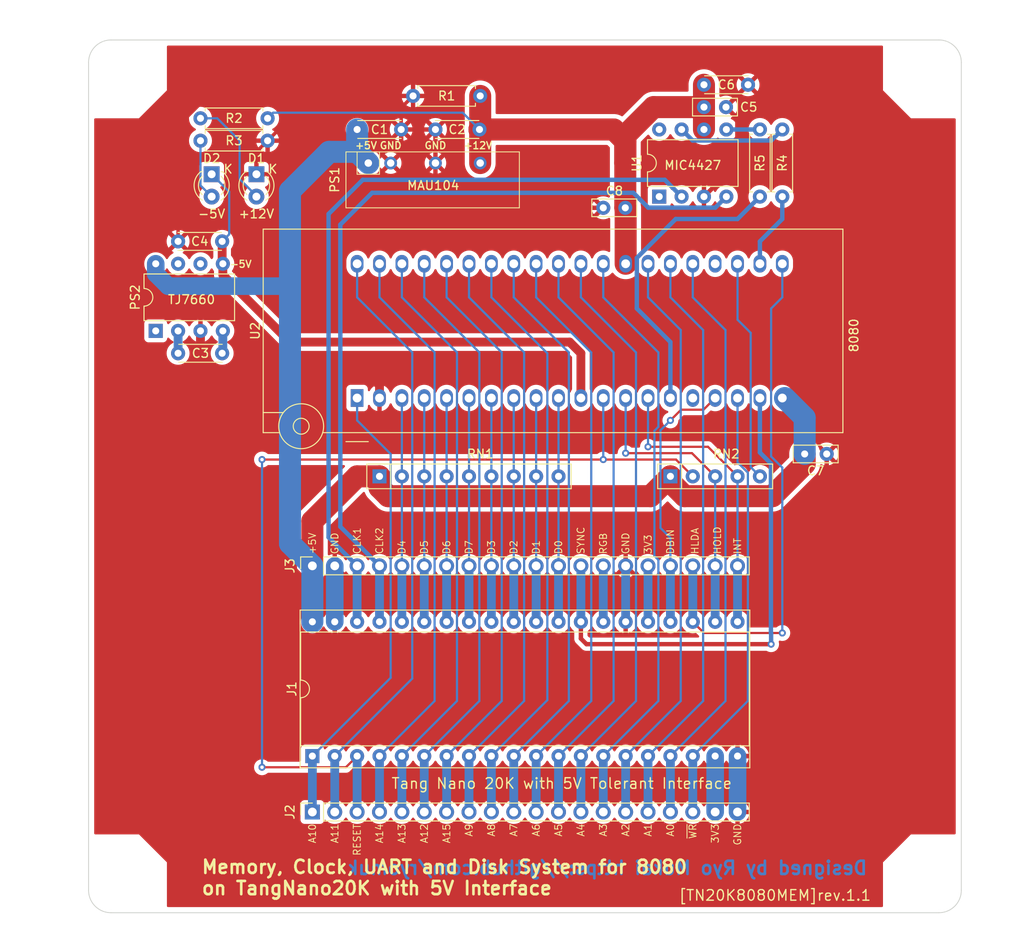
<source format=kicad_pcb>
(kicad_pcb (version 20240108) (generator "pcbnew") (generator_version "8.0")
  (layers (0 "F.Cu" signal) (31 "B.Cu" signal) (34 "B.Paste" user) (35 "F.Paste" user) (36 "B.SilkS" user "B.Silkscreen") (37 "F.SilkS" user "F.Silkscreen") (38 "B.Mask" user) (39 "F.Mask" user) (44 "Edge.Cuts" user))
  (net 0 "")
  (net 1 "GND")
  (net 2 "+5V")
  (net 3 "+12V")
  (net 4 "Net-(PS2-CAP+)")
  (net 5 "Net-(PS2-CAP-)")
  (net 6 "-5V")
  (net 7 "Net-(D1-A)")
  (net 8 "A11")
  (net 9 "D4")
  (net 10 "A1")
  (net 11 "D2")
  (net 12 "INT")
  (net 13 "3V3a")
  (net 14 "A0")
  (net 15 "D7")
  (net 16 "A12")
  (net 17 "A2")
  (net 18 "3V3b")
  (net 19 "A15")
  (net 20 "LED_RGB")
  (net 21 "RESET")
  (net 22 "SYNC")
  (net 23 "A5")
  (net 24 "WR_n")
  (net 25 "A3")
  (net 26 "D5")
  (net 27 "HLDA")
  (net 28 "HOLD")
  (net 29 "D3")
  (net 30 "A8")
  (net 31 "A7")
  (net 32 "A13")
  (net 33 "A14")
  (net 34 "A10")
  (net 35 "D1")
  (net 36 "CLK1")
  (net 37 "DBIN")
  (net 38 "CLK2")
  (net 39 "A4")
  (net 40 "D0")
  (net 41 "A9")
  (net 42 "A6")
  (net 43 "D6")
  (net 47 "Net-(U2-ϕ1)")
  (net 48 "Net-(U1-OUTA)")
  (net 49 "Net-(U2-ϕ2)")
  (net 50 "Net-(U1-OUTB)")
  (net 51 "READY")
  (net 56 "Net-(D2-A)")
  (footprint "000_MyFootprint:C_Disc_D5.0mm_W2.5mm_P2.50mm" (layer "F.Cu") (at 69.85 7.62)
    (property "Reference" "C5")
    (property "Value" "0.1uF")
  )
  (footprint "000_MyFootprint:MountingHole_3mm" (layer "F.Cu") (at 93.98 93.98)
    (property "Reference" "REF**")
    (property "Value" "MountingHole_3mm")
  )
  (footprint "000_MyFootprint:C_Disc_D5.0mm_W2.5mm_P2.50mm" (layer "F.Cu") (at 60.92 19.05 180)
    (property "Reference" "C8")
    (property "Value" "0.1uF")
  )
  (footprint "000_MyFootprint:C_Disc_D4.7mm_W2.5mm_P5.00mm" (layer "F.Cu") (at 69.85 5.08)
    (property "Reference" "C6")
    (property "Value" "1uF")
  )
  (footprint "000_MyFootprint:R_Axial_DIN0207_L6.3mm_D2.5mm_P7.62mm_Horizontal" (layer "F.Cu") (at 12.7 11.43)
    (property "Reference" "R3")
    (property "Value" "100k")
  )
  (footprint "000_MyFootprint:R_Axial_DIN0207_L6.3mm_D2.5mm_P7.62mm_Horizontal" (layer "F.Cu") (at 78.74 10.16 -90)
    (property "Reference" "R4")
    (property "Value" "47")
  )
  (footprint "000_MyFootprint:R_Axial_DIN0207_L6.3mm_D2.5mm_P7.62mm_Horizontal" (layer "F.Cu") (at 12.7 8.89)
    (property "Reference" "R2")
    (property "Value" "100k")
  )
  (footprint "000_MyFootprint:DIP-8_W7.62mm" (layer "F.Cu") (at 7.62 33.02 90)
    (property "Reference" "PS2")
    (property "Value" "TJ7660")
  )
  (footprint "000_MyFootprint:C_Disc_D4.7mm_W2.5mm_P5.00mm" (layer "F.Cu") (at 44.37 10.16 180)
    (property "Reference" "C2")
    (property "Value" "1uF")
  )
  (footprint "000_MyFootprint:LED_D3.0mm" (layer "F.Cu") (at 13.97 15.24 -90)
    (property "Reference" "D2")
    (property "Value" "LED")
  )
  (footprint "000_MyFootprint:PinSocket_1x20_P2.54mm_Vertical" (layer "F.Cu") (at 25.4 87.63 90)
    (property "Reference" "J2")
    (property "Value" "Conn_01x20")
  )
  (footprint "000_MyFootprint:DIP-8_W7.62mm" (layer "F.Cu") (at 64.77 17.78 90)
    (property "Reference" "U1")
    (property "Value" "MIC4427")
  )
  (footprint "000_MyFootprint:DIP_Socket-40_W11.9_W12.7_W15.24_W17.78_W18.5_3M_240-1280-00-0602J" (layer "F.Cu") (at 30.48 40.64 90)
    (property "Reference" "U2")
    (property "Value" "8080")
  )
  (footprint "000_MyFootprint:DIP-40_W15.24mm_Socket" (layer "F.Cu") (at 25.4 81.28 90)
    (property "Reference" "J1")
    (property "Value" "TangNano20K5VInterface")
  )
  (footprint "000_MyFootprint:MountingHole_3mm" (layer "F.Cu") (at 5.08 5.08)
    (property "Reference" "REF**")
    (property "Value" "MountingHole_3mm")
  )
  (footprint "000_MyFootprint:LED_D3.0mm" (layer "F.Cu") (at 19.05 15.24 -90)
    (property "Reference" "D1")
    (property "Value" "LED")
  )
  (footprint "Resistor_THT:R_Array_SIP5" (layer "F.Cu") (at 66.04 49.53)
    (property "Reference" "RN2")
    (property "Value" "10k")
  )
  (footprint "Resistor_THT:R_Array_SIP9" (layer "F.Cu") (at 33.02 49.53)
    (property "Reference" "RN1")
    (property "Value" "4.7k")
  )
  (footprint "000_MyFootprint:R_Axial_DIN0207_L6.3mm_D2.5mm_P7.62mm_Horizontal" (layer "F.Cu") (at 76.2 10.16 -90)
    (property "Reference" "R5")
    (property "Value" "47")
  )
  (footprint "000_MyFootprint:C_Disc_D4.7mm_W2.5mm_P5.00mm" (layer "F.Cu") (at 10.16 35.56)
    (property "Reference" "C3")
    (property "Value" "10uF")
  )
  (footprint "000_MyFootprint:C_Disc_D4.7mm_W2.5mm_P5.00mm" (layer "F.Cu") (at 30.48 10.16)
    (property "Reference" "C1")
    (property "Value" "2.2uF")
  )
  (footprint "000_MyFootprint:MountingHole_3mm" (layer "F.Cu") (at 5.08 93.98)
    (property "Reference" "REF**")
    (property "Value" "MountingHole_3mm")
  )
  (footprint "000_MyFootprint:SIP-6_without_3_5pin_for_DCDC_MAU" (layer "F.Cu") (at 31.75 13.97)
    (property "Reference" "PS1")
    (property "Value" "MAU104")
  )
  (footprint "000_MyFootprint:C_Disc_D5.0mm_W2.5mm_P2.50mm" (layer "F.Cu") (at 81.28 46.99)
    (property "Reference" "C7")
    (property "Value" "0.1uF")
  )
  (footprint "000_MyFootprint:PinSocket_1x20_P2.54mm_Vertical" (layer "F.Cu") (at 25.4 59.69 90)
    (property "Reference" "J3")
    (property "Value" "Conn_01x20")
  )
  (footprint "000_MyFootprint:C_Disc_D4.7mm_W2.5mm_P5.00mm" (layer "F.Cu") (at 15.16 22.86 180)
    (property "Reference" "C4")
    (property "Value" "10uF")
  )
  (footprint "000_MyFootprint:R_Axial_DIN0207_L6.3mm_D2.5mm_P7.62mm_Horizontal" (layer "F.Cu") (at 44.45 6.35 180)
    (property "Reference" "R1")
    (property "Value" "10k")
  )
  (footprint "000_MyFootprint:MountingHole_3mm" (layer "F.Cu") (at 93.98 5.08)
    (property "Reference" "REF**")
    (property "Value" "MountingHole_3mm")
  )
  (gr_line (start 2.54 0) (end 96.52 0) (stroke (width 0.1)) (layer "Edge.Cuts"))
  (gr_arc (start 2.54 99.06) (mid 0.743949 98.316051) (end 0 96.52) (stroke (width 0.1)) (layer "Edge.Cuts"))
  (gr_arc (start 96.52 0) (mid 98.316051 0.743949) (end 99.06 2.54) (stroke (width 0.1)) (layer "Edge.Cuts"))
  (gr_arc (start 0 2.54) (mid 0.743949 0.743949) (end 2.54 0) (stroke (width 0.1)) (layer "Edge.Cuts"))
  (gr_line (start 99.06 96.52) (end 99.06 2.54) (stroke (width 0.1)) (layer "Edge.Cuts"))
  (gr_line (start 0 96.52) (end 0 2.54) (stroke (width 0.1)) (layer "Edge.Cuts"))
  (gr_arc (start 99.06 96.52) (mid 98.316051 98.316051) (end 96.52 99.06) (stroke (width 0.1)) (layer "Edge.Cuts"))
  (gr_line (start 96.52 99.06) (end 2.54 99.06) (stroke (width 0.1)) (layer "Edge.Cuts"))
  (gr_text "Designed by Ryo Mukai https://github.com/ryomuk" (at 29.21 93.98 0) (layer "B.Cu") (effects (font (size 1.5 1.5) (thickness 0.3) (bold yes)) (justify right mirror)))
  (gr_text "+5V" (at 31.496 12.446 0) (layer "F.SilkS") (effects (font (size 0.8 0.8)) (justify bottom)))
  (gr_text "A12" (at 38.1 88.9 90) (layer "F.SilkS") (effects (font (size 0.8 0.8) (thickness 0.1)) (justify right)))
  (gr_text "A13" (at 35.56 88.9 90) (layer "F.SilkS") (effects (font (size 0.8 0.8) (thickness 0.1)) (justify right)))
  (gr_text "3V3" (at 71.12 88.9 90) (layer "F.SilkS") (effects (font (size 0.8 0.8) (thickness 0.1)) (justify right)))
  (gr_text "HLDA" (at 68.834 58.42 90) (layer "F.SilkS") (effects (font (size 0.8 0.8) (thickness 0.1)) (justify left)))
  (gr_text "K" (at 15.24 15.24 0) (layer "F.SilkS") (effects (font (size 1 1)) (justify left bottom)))
  (gr_text "A7" (at 48.26 88.9 90) (layer "F.SilkS") (effects (font (size 0.8 0.8) (thickness 0.1)) (justify right)))
  (gr_text "RESET" (at 30.48 88.9 90) (layer "F.SilkS") (effects (font (size 0.8 0.8) (thickness 0.1)) (justify right)))
  (gr_text "A0" (at 66.04 88.9 90) (layer "F.SilkS") (effects (font (size 0.8 0.8) (thickness 0.1)) (justify right)))
  (gr_text "INT" (at 73.66 58.42 90) (layer "F.SilkS") (effects (font (size 0.8 0.8) (thickness 0.1)) (justify left)))
  (gr_text "A15" (at 40.64 88.9 90) (layer "F.SilkS") (effects (font (size 0.8 0.8) (thickness 0.1)) (justify right)))
  (gr_text "+12V" (at 44.196 12.446 0) (layer "F.SilkS") (effects (font (size 0.8 0.8)) (justify bottom)))
  (gr_text "D3" (at 45.72 58.42 90) (layer "F.SilkS") (effects (font (size 0.8 0.8) (thickness 0.1)) (justify left)))
  (gr_text "+5V" (at 25.4 58.42 90) (layer "F.SilkS") (effects (font (size 0.8 0.8) (thickness 0.1)) (justify left)))
  (gr_text "A4" (at 55.88 88.9 90) (layer "F.SilkS") (effects (font (size 0.8 0.8) (thickness 0.1)) (justify right)))
  (gr_text "CLK1" (at 30.48 58.42 90) (layer "F.SilkS") (effects (font (size 0.8 0.8) (thickness 0.1)) (justify left)))
  (gr_text "D4" (at 35.56 58.42 90) (layer "F.SilkS") (effects (font (size 0.8 0.8) (thickness 0.1)) (justify left)))
  (gr_text "A8" (at 45.72 88.9 90) (layer "F.SilkS") (effects (font (size 0.8 0.8) (thickness 0.1)) (justify right)))
  (gr_text "D6" (at 40.64 58.42 90) (layer "F.SilkS") (effects (font (size 0.8 0.8) (thickness 0.1)) (justify left)))
  (gr_text "GND" (at 39.37 12.446 0) (layer "F.SilkS") (effects (font (size 0.8 0.8)) (justify bottom)))
  (gr_text "D5" (at 38.1 58.42 90) (layer "F.SilkS") (effects (font (size 0.8 0.8) (thickness 0.1)) (justify left)))
  (gr_text "A6" (at 50.8 88.9 90) (layer "F.SilkS") (effects (font (size 0.8 0.8) (thickness 0.1)) (justify right)))
  (gr_text "A10" (at 25.4 88.9 90) (layer "F.SilkS") (effects (font (size 0.8 0.8) (thickness 0.1)) (justify right)))
  (gr_text "A3" (at 58.42 88.9 90) (layer "F.SilkS") (effects (font (size 0.8 0.8) (thickness 0.1)) (justify right)))
  (gr_text "A2" (at 60.96 88.9 90) (layer "F.SilkS") (effects (font (size 0.8 0.8) (thickness 0.1)) (justify right)))
  (gr_text "Memory, Clock, UART and Disk System for 8080\non TangNano20K with 5V Interface" (at 12.7 97.155 0) (layer "F.SilkS") (effects (font (size 1.5 1.5) (thickness 0.3) (bold yes)) (justify left bottom)))
  (gr_text "~{WR}" (at 68.58 88.9 90) (layer "F.SilkS") (effects (font (size 0.8 0.8) (thickness 0.1)) (justify right)))
  (gr_text "DBIN" (at 66.04 58.42 90) (layer "F.SilkS") (effects (font (size 0.8 0.8) (thickness 0.1)) (justify left)))
  (gr_text "RGB" (at 58.42 58.42 90) (layer "F.SilkS") (effects (font (size 0.8 0.8) (thickness 0.1)) (justify left)))
  (gr_text "GND" (at 34.29 12.446 0) (layer "F.SilkS") (effects (font (size 0.8 0.8)) (justify bottom)))
  (gr_text "D7" (at 43.18 58.42 90) (layer "F.SilkS") (effects (font (size 0.8 0.8) (thickness 0.1)) (justify left)))
  (gr_text "A1" (at 63.5 88.9 90) (layer "F.SilkS") (effects (font (size 0.8 0.8) (thickness 0.1)) (justify right)))
  (gr_text "Tang Nano 20K with 5V Tolerant Interface" (at 34.29 85.09 0) (layer "F.SilkS") (effects (font (size 1.2 1.2)) (justify left bottom)))
  (gr_text "A9" (at 43.18 88.9 90) (layer "F.SilkS") (effects (font (size 0.8 0.8) (thickness 0.1)) (justify right)))
  (gr_text "K" (at 20.32 15.24 0) (layer "F.SilkS") (effects (font (size 1 1)) (justify left bottom)))
  (gr_text "D2" (at 48.26 58.42 90) (layer "F.SilkS") (effects (font (size 0.8 0.8) (thickness 0.1)) (justify left)))
  (gr_text "GND" (at 60.96 58.42 90) (layer "F.SilkS") (effects (font (size 0.8 0.8) (thickness 0.1)) (justify left)))
  (gr_text "-5V" (at 13.97 20.32 0) (layer "F.SilkS") (effects (font (size 1 1)) (justify bottom)))
  (gr_text "HOLD" (at 71.374 58.42 90) (layer "F.SilkS") (effects (font (size 0.8 0.8) (thickness 0.1)) (justify left)))
  (gr_text "[TN20K8080MEM]rev.1.1" (at 88.9 97.79 0) (layer "F.SilkS") (effects (font (size 1.2 1.2)) (justify right bottom)))
  (gr_text "3V3" (at 63.5 58.42 90) (layer "F.SilkS") (effects (font (size 0.8 0.8) (thickness 0.1)) (justify left)))
  (gr_text "CLK2" (at 33.02 58.42 90) (layer "F.SilkS") (effects (font (size 0.8 0.8) (thickness 0.1)) (justify left)))
  (gr_text "A11" (at 27.94 88.9 90) (layer "F.SilkS") (effects (font (size 0.8 0.8) (thickness 0.1)) (justify right)))
  (gr_text "-5V" (at 17.272 25.908 0) (layer "F.SilkS") (effects (font (size 0.8 0.8)) (justify bottom)))
  (gr_text "+12V" (at 19.05 20.32 0) (layer "F.SilkS") (effects (font (size 1 1)) (justify bottom)))
  (gr_text "A5" (at 53.34 88.9 90) (layer "F.SilkS") (effects (font (size 0.8 0.8) (thickness 0.1)) (justify right)))
  (gr_text "GND" (at 73.66 88.9 90) (layer "F.SilkS") (effects (font (size 0.8 0.8) (thickness 0.1)) (justify right)))
  (gr_text "SYNC" (at 55.88 58.42 90) (layer "F.SilkS") (effects (font (size 0.8 0.8) (thickness 0.1)) (justify left)))
  (gr_text "D1" (at 50.8 58.42 90) (layer "F.SilkS") (effects (font (size 0.8 0.8) (thickness 0.1)) (justify left)))
  (gr_text "A14" (at 33.02 88.9 90) (layer "F.SilkS") (effects (font (size 0.8 0.8) (thickness 0.1)) (justify right)))
  (gr_text "D0" (at 53.34 58.42 90) (layer "F.SilkS") (effects (font (size 0.8 0.8) (thickness 0.1)) (justify left)))
  (gr_text "GND" (at 27.94 58.42 90) (layer "F.SilkS") (effects (font (size 0.8 0.8) (thickness 0.1)) (justify left)))
  (segment (start 26.452284 63.5) (end 27.94 63.5) (width 1) (layer "F.Cu") (net 1))
  (segment (start 33.02 40.64) (end 33.02 39.2) (width 1) (layer "F.Cu") (net 1))
  (segment (start 12.7 33.02) (end 12.7 49.747716) (width 1) (layer "F.Cu") (net 1))
  (segment (start 83.78 46.99) (end 83.78 58.46) (width 0.5) (layer "F.Cu") (net 1))
  (segment (start 72.35 7.58) (end 74.85 5.08) (width 0.5) (layer "F.Cu") (net 1))
  (segment (start 35.48 10.16) (end 39.37 10.16) (width 0.5) (layer "F.Cu") (net 1))
  (segment (start 35.48 10.16) (end 32.305 6.985) (width 0.4) (layer "F.Cu") (net 1))
  (segment (start 81.25 60.99) (end 81.28 60.96) (width 0.5) (layer "F.Cu") (net 1))
  (segment (start 29.24 60.99) (end 59.66 60.99) (width 0.5) (layer "F.Cu") (net 1))
  (segment (start 40.64 17.78) (end 39.37 16.51) (width 0.5) (layer "F.Cu") (net 1))
  (segment (start 10.16 22.86) (end 10.16 9.732943) (width 0.4) (layer "F.Cu") (net 1))
  (segment (start 60.96 59.69) (end 62.26 60.99) (width 0.5) (layer "F.Cu") (net 1))
  (segment (start 12.7 49.747716) (end 26.452284 63.5) (width 1) (layer "F.Cu") (net 1))
  (segment (start 27.94 59.69) (end 27.94 63.5) (width 1) (layer "F.Cu") (net 1))
  (segment (start 59.66 60.99) (end 60.96 59.69) (width 0.5) (layer "F.Cu") (net 1))
  (segment (start 33.02 40.64) (end 33.02 39.7) (width 0.5) (layer "F.Cu") (net 1))
  (segment (start 72.35 7.62) (end 73.64 8.91) (width 0.5) (layer "F.Cu") (net 1))
  (segment (start 55.88 17.78) (end 52.07 17.78) (width 0.5) (layer "F.Cu") (net 1))
  (segment (start 19.05 12.7) (end 19.05 15.24) (width 0.4) (layer "F.Cu") (net 1))
  (segment (start 35.48 10.16) (end 35.48 12.78) (width 0.5) (layer "F.Cu") (net 1))
  (segment (start 62.26 60.99) (end 81.25 60.99) (width 0.5) (layer "F.Cu") (net 1))
  (segment (start 33.02 39.2) (end 31.285 37.465) (width 1) (layer "F.Cu") (net 1))
  (segment (start 73.64 13.99) (end 69.85 17.78) (width 0.5) (layer "F.Cu") (net 1))
  (segment (start 12.907943 6.985) (end 24.765 6.985) (width 0.4) (layer "F.Cu") (net 1))
  (segment (start 31.285 37.465) (end 12.7 37.465) (width 1) (layer "F.Cu") (net 1))
  (segment (start 52.07 17.78) (end 40.64 17.78) (width 0.5) (layer "F.Cu") (net 1))
  (segment (start 10.16 9.732943) (end 12.907943 6.985) (width 0.4) (layer "F.Cu") (net 1))
  (segment (start 39.37 16.51) (end 39.37 13.97) (width 0.5) (layer "F.Cu") (net 1))
  (segment (start 35.48 10.16) (end 35.48 7.7) (width 0.4) (layer "F.Cu") (net 1))
  (segment (start 57.15 19.05) (end 55.88 17.78) (width 0.5) (layer "F.Cu") (net 1))
  (segment (start 81.28 78.74) (end 78.74 81.28) (width 0.5) (layer "F.Cu") (net 1))
  (segment (start 39.37 10.16) (end 39.37 13.97) (width 0.5) (layer "F.Cu") (net 1))
  (segment (start 27.94 59.69) (end 29.24 60.99) (width 0.5) (layer "F.Cu") (net 1))
  (segment (start 35.48 7.7) (end 36.83 6.35) (width 0.4) (layer "F.Cu") (net 1))
  (segment (start 24.765 6.985) (end 20.32 11.43) (width 0.4) (layer "F.Cu") (net 1))
  (segment (start 35.48 12.78) (end 34.29 13.97) (width 0.5) (layer "F.Cu") (net 1))
  (segment (start 81.28 60.96) (end 81.28 78.74) (width 0.5) (layer "F.Cu") (net 1))
  (segment (start 58.42 19.05) (end 57.15 19.05) (width 0.5) (layer "F.Cu") (net 1))
  (segment (start 73.64 8.91) (end 73.64 13.99) (width 0.5) (layer "F.Cu") (net 1))
  (segment (start 83.78 58.46) (end 81.28 60.96) (width 0.5) (layer "F.Cu") (net 1))
  (segment (start 27.94 63.5) (end 27.94 66.04) (width 1) (layer "F.Cu") (net 1))
  (segment (start 78.74 81.28) (end 73.66 81.28) (width 0.5) (layer "F.Cu") (net 1))
  (segment (start 20.32 11.43) (end 19.05 12.7) (width 0.4) (layer "F.Cu") (net 1))
  (segment (start 24.56 61.39) (end 12.7 49.53) (width 0.5) (layer "F.Cu") (net 1))
  (segment (start 32.305 6.985) (end 24.765 6.985) (width 0.4) (layer "F.Cu") (net 1))
  (segment (start 60.96 66.04) (end 60.96 59.69) (width 1) (layer "B.Cu") (net 1))
  (segment (start 27.94 66.04) (end 27.94 59.69) (width 2) (layer "B.Cu") (net 1))
  (segment (start 73.66 87.63) (end 73.66 81.28) (width 2) (layer "B.Cu") (net 1))
  (segment (start 25.4 54.61) (end 30.48 49.53) (width 2.5) (layer "F.Cu") (net 2))
  (segment (start 66.04 49.53) (end 63.79 51.78) (width 2.5) (layer "F.Cu") (net 2))
  (segment (start 63.79 51.78) (end 34 51.78) (width 2.5) (layer "F.Cu") (net 2))
  (segment (start 77.62137 51.78) (end 67.648019 51.78) (width 2.5) (layer "F.Cu") (net 2))
  (segment (start 34 51.78) (end 33.02 50.8) (width 2.5) (layer "F.Cu") (net 2))
  (segment (start 66.04 50.171981) (end 66.04 49.53) (width 2.5) (layer "F.Cu") (net 2))
  (segment (start 30.48 49.53) (end 33.02 49.53) (width 2.5) (layer "F.Cu") (net 2))
  (segment (start 33.02 50.8) (end 33.02 49.53) (width 2.5) (layer "F.Cu") (net 2))
  (segment (start 81.28 46.99) (end 81.28 48.12137) (width 2.5) (layer "F.Cu") (net 2))
  (segment (start 67.648019 51.78) (end 66.04 50.171981) (width 2.5) (layer "F.Cu") (net 2))
  (segment (start 81.28 48.12137) (end 77.62137 51.78) (width 2.5) (layer "F.Cu") (net 2))
  (segment (start 25.4 59.69) (end 25.4 54.61) (width 2.5) (layer "F.Cu") (net 2))
  (segment (start 31.75 13.97) (end 30.48 12.7) (width 2.5) (layer "B.Cu") (net 2))
  (segment (start 30.48 12.7) (end 30.48 10.16) (width 2.5) (layer "B.Cu") (net 2))
  (segment (start 22.86 27.94) (end 22.86 57.15) (width 2.5) (layer "B.Cu") (net 2))
  (segment (start 81.28 42.875) (end 79.045 40.64) (width 2.5) (layer "B.Cu") (net 2))
  (segment (start 7.62 25.4) (end 7.62 26.53137) (width 2) (layer "B.Cu") (net 2))
  (segment (start 30.48 12.7) (end 27.298019 12.7) (width 2.5) (layer "B.Cu") (net 2))
  (segment (start 9.02863 27.94) (end 22.86 27.94) (width 2) (layer "B.Cu") (net 2))
  (segment (start 7.62 26.53137) (end 9.02863 27.94) (width 2) (layer "B.Cu") (net 2))
  (segment (start 81.28 46.99) (end 81.28 42.875) (width 2.5) (layer "B.Cu") (net 2))
  (segment (start 25.4 66.04) (end 25.4 59.69) (width 2.5) (layer "B.Cu") (net 2))
  (segment (start 22.86 57.15) (end 25.4 59.69) (width 2.5) (layer "B.Cu") (net 2))
  (segment (start 27.298019 12.7) (end 22.86 17.138019) (width 2.5) (layer "B.Cu") (net 2))
  (segment (start 22.86 17.138019) (end 22.86 27.94) (width 2.5) (layer "B.Cu") (net 2))
  (segment (start 44.45 13.97) (end 44.45 10.24) (width 2.5) (layer "F.Cu") (net 3))
  (segment (start 69.85 7.62) (end 64.128019 7.62) (width 2.5) (layer "F.Cu") (net 3))
  (segment (start 59.61 10.16) (end 60.92 11.47) (width 2.5) (layer "F.Cu") (net 3))
  (segment (start 60.96 25.4) (end 60.96 19.09) (width 2.5) (layer "F.Cu") (net 3))
  (segment (start 44.45 10.08) (end 44.37 10.16) (width 2.5) (layer "F.Cu") (net 3))
  (segment (start 64.128019 7.62) (end 60.92 10.828019) (width 2.5) (layer "F.Cu") (net 3))
  (segment (start 45.72 10.16) (end 59.61 10.16) (width 2.5) (layer "F.Cu") (net 3))
  (segment (start 69.85 10.16) (end 69.85 5.08) (width 2.5) (layer "F.Cu") (net 3))
  (segment (start 44.37 10.16) (end 45.72 10.16) (width 2.5) (layer "F.Cu") (net 3))
  (segment (start 60.92 13.97) (end 60.92 19.05) (width 2.5) (layer "F.Cu") (net 3))
  (segment (start 44.45 10.24) (end 44.37 10.16) (width 2.5) (layer "F.Cu") (net 3))
  (segment (start 60.96 19.09) (end 60.92 19.05) (width 2.5) (layer "F.Cu") (net 3))
  (segment (start 60.92 10.828019) (end 60.92 13.97) (width 2.5) (layer "F.Cu") (net 3))
  (segment (start 44.45 6.35) (end 44.45 10.08) (width 2.5) (layer "F.Cu") (net 3))
  (segment (start 60.92 11.47) (end 60.92 13.97) (width 2.5) (layer "F.Cu") (net 3))
  (segment (start 20.32 8.89) (end 20.955 8.255) (width 0.25) (layer "B.Cu") (net 3))
  (segment (start 42.465 8.255) (end 44.37 10.16) (width 0.25) (layer "B.Cu") (net 3))
  (segment (start 20.955 8.255) (end 42.465 8.255) (width 0.25) (layer "B.Cu") (net 3))
  (segment (start 10.16 35.56) (end 10.16 33.02) (width 1) (layer "B.Cu") (net 4))
  (segment (start 15.24 33.02) (end 15.24 35.48) (width 1) (layer "B.Cu") (net 5))
  (segment (start 54.61 34.29) (end 55.88 35.56) (width 1) (layer "F.Cu") (net 6))
  (segment (start 15.24 26.67) (end 22.86 34.29) (width 1) (layer "F.Cu") (net 6))
  (segment (start 22.86 34.29) (end 54.61 34.29) (width 1) (layer "F.Cu") (net 6))
  (segment (start 55.88 35.56) (end 55.88 40.64) (width 1) (layer "F.Cu") (net 6))
  (segment (start 15.16 22.86) (end 15.16 25.32) (width 1) (layer "F.Cu") (net 6))
  (segment (start 15.24 25.4) (end 15.24 26.67) (width 1) (layer "F.Cu") (net 6))
  (segment (start 15.16 22.86) (end 15.959999 22.060001) (width 0.25) (layer "B.Cu") (net 6))
  (segment (start 15.959999 17.229999) (end 13.97 15.24) (width 0.25) (layer "B.Cu") (net 6))
  (segment (start 15.959999 22.060001) (end 15.959999 17.229999) (width 0.25) (layer "B.Cu") (net 6))
  (segment (start 17.145 11.43) (end 14.605 8.89) (width 0.25) (layer "B.Cu") (net 7))
  (segment (start 17.145 15.785) (end 17.145 11.43) (width 0.25) (layer "B.Cu") (net 7))
  (segment (start 19.05 17.69) (end 17.145 15.785) (width 0.25) (layer "B.Cu") (net 7))
  (segment (start 14.605 8.89) (end 12.7 8.89) (width 0.25) (layer "B.Cu") (net 7))
  (segment (start 27.94 87.63) (end 27.94 81.28) (width 1) (layer "B.Cu") (net 8))
  (segment (start 27.94 81.28) (end 36.735 72.485) (width 0.25) (layer "B.Cu") (net 8))
  (segment (start 30.48 29.21) (end 30.48 25.4) (width 0.25) (layer "B.Cu") (net 8))
  (segment (start 36.735 72.485) (end 36.735 35.465) (width 0.25) (layer "B.Cu") (net 8))
  (segment (start 36.735 35.465) (end 30.48 29.21) (width 0.25) (layer "B.Cu") (net 8))
  (segment (start 35.56 66.04) (end 35.56 59.69) (width 1) (layer "B.Cu") (net 9))
  (segment (start 35.56 49.53) (end 35.56 40.64) (width 0.25) (layer "B.Cu") (net 9))
  (segment (start 35.56 59.69) (end 35.56 49.53) (width 0.25) (layer "B.Cu") (net 9))
  (segment (start 66.04 29.21) (end 66.04 25.4) (width 0.25) (layer "B.Cu") (net 10))
  (segment (start 63.5 81.28) (end 69.755 75.025) (width 0.25) (layer "B.Cu") (net 10))
  (segment (start 63.5 87.63) (end 63.5 81.28) (width 1) (layer "B.Cu") (net 10))
  (segment (start 69.755 75.025) (end 69.755 32.925) (width 0.25) (layer "B.Cu") (net 10))
  (segment (start 69.755 32.925) (end 66.04 29.21) (width 0.25) (layer "B.Cu") (net 10))
  (segment (start 48.26 66.04) (end 48.26 59.69) (width 1) (layer "B.Cu") (net 11))
  (segment (start 48.26 59.69) (end 48.26 49.53) (width 0.25) (layer "B.Cu") (net 11))
  (segment (start 48.26 49.53) (end 48.26 40.64) (width 0.25) (layer "B.Cu") (net 11))
  (segment (start 70.305 46.175) (end 63.5 46.175) (width 0.25) (layer "F.Cu") (net 12))
  (segment (start 73.66 49.53) (end 70.305 46.175) (width 0.25) (layer "F.Cu") (net 12))
  (via (at 63.5 46.175) (size 0.8) (drill 0.4) (layers "F.Cu" "B.Cu") (net 12))
  (segment (start 73.66 66.04) (end 73.66 59.69) (width 1) (layer "B.Cu") (net 12))
  (segment (start 73.66 49.53) (end 73.66 59.69) (width 0.25) (layer "B.Cu") (net 12))
  (segment (start 63.5 46.175) (end 63.5 40.64) (width 0.25) (layer "B.Cu") (net 12))
  (segment (start 71.12 87.63) (end 71.12 81.28) (width 2) (layer "B.Cu") (net 13))
  (segment (start 66.04 81.28) (end 72.295 75.025) (width 0.25) (layer "B.Cu") (net 14))
  (segment (start 72.295 75.025) (end 72.295 32.925) (width 0.25) (layer "B.Cu") (net 14))
  (segment (start 72.295 32.925) (end 68.58 29.21) (width 0.25) (layer "B.Cu") (net 14))
  (segment (start 68.58 29.21) (end 68.58 25.4) (width 0.25) (layer "B.Cu") (net 14))
  (segment (start 66.04 87.63) (end 66.04 81.28) (width 1) (layer "B.Cu") (net 14))
  (segment (start 43.18 49.53) (end 43.18 40.64) (width 0.25) (layer "B.Cu") (net 15))
  (segment (start 43.18 59.69) (end 43.18 49.53) (width 0.25) (layer "B.Cu") (net 15))
  (segment (start 43.18 66.04) (end 43.18 59.69) (width 1) (layer "B.Cu") (net 15))
  (segment (start 44.355 75.025) (end 44.355 35.465) (width 0.25) (layer "B.Cu") (net 16))
  (segment (start 38.1 87.63) (end 38.1 81.28) (width 1) (layer "B.Cu") (net 16))
  (segment (start 38.1 81.28) (end 44.355 75.025) (width 0.25) (layer "B.Cu") (net 16))
  (segment (start 44.355 35.465) (end 38.1 29.21) (width 0.25) (layer "B.Cu") (net 16))
  (segment (start 38.1 29.21) (end 38.1 25.4) (width 0.25) (layer "B.Cu") (net 16))
  (segment (start 63.5 29.21) (end 63.5 25.4) (width 0.25) (layer "B.Cu") (net 17))
  (segment (start 67.215 75.025) (end 67.215 32.925) (width 0.25) (layer "B.Cu") (net 17))
  (segment (start 67.215 32.925) (end 63.5 29.21) (width 0.25) (layer "B.Cu") (net 17))
  (segment (start 60.96 81.28) (end 67.215 75.025) (width 0.25) (layer "B.Cu") (net 17))
  (segment (start 60.96 87.63) (end 60.96 81.28) (width 1) (layer "B.Cu") (net 17))
  (segment (start 63.5 66.04) (end 63.5 59.69) (width 1) (layer "B.Cu") (net 18))
  (segment (start 46.895 35.465) (end 40.64 29.21) (width 0.25) (layer "B.Cu") (net 19))
  (segment (start 40.64 81.28) (end 46.895 75.025) (width 0.25) (layer "B.Cu") (net 19))
  (segment (start 46.895 75.025) (end 46.895 35.465) (width 0.25) (layer "B.Cu") (net 19))
  (segment (start 40.64 87.63) (end 40.64 81.28) (width 1) (layer "B.Cu") (net 19))
  (segment (start 40.64 29.21) (end 40.64 25.4) (width 0.25) (layer "B.Cu") (net 19))
  (segment (start 58.42 66.04) (end 58.42 59.69) (width 1) (layer "B.Cu") (net 20))
  (segment (start 19.685 82.55) (end 29.21 82.55) (width 0.25) (layer "F.Cu") (net 21))
  (segment (start 58.42 47.625) (end 19.685 47.625) (width 0.25) (layer "F.Cu") (net 21))
  (segment (start 66.675 47.625) (end 58.42 47.625) (width 0.25) (layer "F.Cu") (net 21))
  (segment (start 29.21 82.55) (end 30.48 81.28) (width 0.25) (layer "F.Cu") (net 21))
  (segment (start 68.58 49.53) (end 66.675 47.625) (width 0.25) (layer "F.Cu") (net 21))
  (via (at 19.685 82.55) (size 0.8) (drill 0.4) (layers "F.Cu" "B.Cu") (net 21))
  (via (at 58.42 47.625) (size 0.8) (drill 0.4) (layers "F.Cu" "B.Cu") (net 21))
  (via (at 19.685 47.625) (size 0.8) (drill 0.4) (layers "F.Cu" "B.Cu") (net 21))
  (segment (start 30.48 87.63) (end 30.48 81.28) (width 1) (layer "B.Cu") (net 21))
  (segment (start 19.685 47.625) (end 19.685 82.55) (width 0.25) (layer "B.Cu") (net 21))
  (segment (start 58.42 47.625) (end 58.42 40.64) (width 0.25) (layer "B.Cu") (net 21))
  (segment (start 77.47 68.58) (end 56.515 68.58) (width 0.5) (layer "F.Cu") (net 22))
  (segment (start 56.515 68.58) (end 55.88 67.945) (width 0.5) (layer "F.Cu") (net 22))
  (segment (start 55.88 67.945) (end 55.88 66.04) (width 0.5) (layer "F.Cu") (net 22))
  (via (at 77.47 68.58) (size 0.8) (drill 0.4) (layers "F.Cu" "B.Cu") (net 22))
  (segment (start 77.45 67.33) (end 77.45 48.075) (width 0.5) (layer "B.Cu") (net 22))
  (segment (start 77.47 68.58) (end 77.47 67.35) (width 0.5) (layer "B.Cu") (net 22))
  (segment (start 77.45 48.075) (end 76.2 46.825) (width 0.5) (layer "B.Cu") (net 22))
  (segment (start 76.2 46.825) (end 76.2 40.64) (width 0.5) (layer "B.Cu") (net 22))
  (segment (start 77.47 67.35) (end 77.45 67.33) (width 0.5) (layer "B.Cu") (net 22))
  (segment (start 55.88 66.04) (end 55.88 59.69) (width 1) (layer "B.Cu") (net 22))
  (segment (start 59.595 35.465) (end 53.34 29.21) (width 0.25) (layer "B.Cu") (net 23))
  (segment (start 53.34 81.28) (end 59.595 75.025) (width 0.25) (layer "B.Cu") (net 23))
  (segment (start 53.34 29.21) (end 53.34 25.4) (width 0.25) (layer "B.Cu") (net 23))
  (segment (start 53.34 87.63) (end 53.34 81.28) (width 1) (layer "B.Cu") (net 23))
  (segment (start 59.595 75.025) (end 59.595 35.465) (width 0.25) (layer "B.Cu") (net 23))
  (segment (start 68.58 87.63) (end 68.58 81.28) (width 1) (layer "B.Cu") (net 24))
  (segment (start 73.66 40.64) (end 73.66 47.939009) (width 0.25) (layer "B.Cu") (net 24))
  (segment (start 74.835 75.025) (end 68.58 81.28) (width 0.25) (layer "B.Cu") (net 24))
  (segment (start 74.835 49.114009) (end 74.835 75.025) (width 0.25) (layer "B.Cu") (net 24))
  (segment (start 73.66 47.939009) (end 74.835 49.114009) (width 0.25) (layer "B.Cu") (net 24))
  (segment (start 58.42 29.21) (end 58.42 25.4) (width 0.25) (layer "B.Cu") (net 25))
  (segment (start 64.675 35.465) (end 58.42 29.21) (width 0.25) (layer "B.Cu") (net 25))
  (segment (start 64.675 43.908604) (end 64.225 44.358604) (width 0.25) (layer "B.Cu") (net 25))
  (segment (start 58.42 87.63) (end 58.42 81.28) (width 1) (layer "B.Cu") (net 25))
  (segment (start 64.225 44.358604) (end 64.225 58.563299) (width 0.25) (layer "B.Cu") (net 25))
  (segment (start 64.675 35.465) (end 64.675 43.908604) (width 0.25) (layer "B.Cu") (net 25))
  (segment (start 58.42 81.28) (end 64.675 75.025) (width 0.25) (layer "B.Cu") (net 25))
  (segment (start 64.225 58.563299) (end 64.675 59.013299) (width 0.25) (layer "B.Cu") (net 25))
  (segment (start 64.675 59.013299) (end 64.675 75.025) (width 0.25) (layer "B.Cu") (net 25))
  (segment (start 38.1 66.04) (end 38.1 59.69) (width 1) (layer "B.Cu") (net 26))
  (segment (start 38.1 59.69) (end 38.1 49.53) (width 0.25) (layer "B.Cu") (net 26))
  (segment (start 38.1 49.53) (end 38.1 40.64) (width 0.25) (layer "B.Cu") (net 26))
  (segment (start 68.58 66.04) (end 69.85 67.31) (width 0.25) (layer "F.Cu") (net 27))
  (segment (start 69.85 67.31) (end 78.74 67.31) (width 0.25) (layer "F.Cu") (net 27))
  (via (at 78.74 67.31) (size 0.8) (drill 0.4) (layers "F.Cu" "B.Cu") (net 27))
  (segment (start 77.47 30.48) (end 78.74 29.21) (width 0.25) (layer "B.Cu") (net 27))
  (segment (start 78.74 48.540991) (end 77.47 47.270991) (width 0.25) (layer "B.Cu") (net 27))
  (segment (start 78.74 29.21) (end 78.74 25.4) (width 0.25) (layer "B.Cu") (net 27))
  (segment (start 68.58 66.04) (end 68.58 59.69) (width 1) (layer "B.Cu") (net 27))
  (segment (start 78.74 67.31) (end 78.74 48.540991) (width 0.25) (layer "B.Cu") (net 27))
  (segment (start 77.47 47.270991) (end 77.47 30.48) (width 0.25) (layer "B.Cu") (net 27))
  (segment (start 71.12 49.53) (end 68.49 46.9) (width 0.25) (layer "F.Cu") (net 28))
  (segment (start 68.49 46.9) (end 60.96 46.9) (width 0.25) (layer "F.Cu") (net 28))
  (via (at 60.96 46.9) (size 0.8) (drill 0.4) (layers "F.Cu" "B.Cu") (net 28))
  (segment (start 71.12 49.53) (end 71.12 59.69) (width 0.25) (layer "B.Cu") (net 28))
  (segment (start 60.96 46.9) (end 60.96 40.64) (width 0.25) (layer "B.Cu") (net 28))
  (segment (start 71.12 66.04) (end 71.12 59.69) (width 1) (layer "B.Cu") (net 28))
  (segment (start 45.72 66.04) (end 45.72 59.69) (width 1) (layer "B.Cu") (net 29))
  (segment (start 45.72 40.64) (end 45.72 49.53) (width 0.25) (layer "B.Cu") (net 29))
  (segment (start 45.72 59.69) (end 45.72 49.53) (width 0.25) (layer "B.Cu") (net 29))
  (segment (start 52.07 35.56) (end 45.72 29.21) (width 0.25) (layer "B.Cu") (net 30))
  (segment (start 45.72 81.28) (end 52.07 74.93) (width 0.25) (layer "B.Cu") (net 30))
  (segment (start 52.07 74.93) (end 52.07 35.56) (width 0.25) (layer "B.Cu") (net 30))
  (segment (start 45.72 81.28) (end 45.72 87.63) (width 1) (layer "B.Cu") (net 30))
  (segment (start 45.72 29.21) (end 45.72 25.4) (width 0.25) (layer "B.Cu") (net 30))
  (segment (start 54.515 35.465) (end 48.26 29.21) (width 0.25) (layer "B.Cu") (net 31))
  (segment (start 48.26 81.28) (end 54.515 75.025) (width 0.25) (layer "B.Cu") (net 31))
  (segment (start 48.26 87.63) (end 48.26 81.28) (width 1) (layer "B.Cu") (net 31))
  (segment (start 54.515 75.025) (end 54.515 35.465) (width 0.25) (layer "B.Cu") (net 31))
  (segment (start 48.26 29.21) (end 48.26 25.4) (width 0.25) (layer "B.Cu") (net 31))
  (segment (start 35.56 81.28) (end 41.815 75.025) (width 0.25) (layer "B.Cu") (net 32))
  (segment (start 35.56 81.28) (end 35.56 87.63) (width 1) (layer "B.Cu") (net 32))
  (segment (start 41.815 75.025) (end 41.815 35.465) (width 0.25) (layer "B.Cu") (net 32))
  (segment (start 35.56 29.21) (end 35.56 25.4) (width 0.25) (layer "B.Cu") (net 32))
  (segment (start 41.815 35.465) (end 35.56 29.21) (width 0.25) (layer "B.Cu") (net 32))
  (segment (start 39.275 35.465) (end 33.02 29.21) (width 0.25) (layer "B.Cu") (net 33))
  (segment (start 33.02 29.21) (end 33.02 25.4) (width 0.25) (layer "B.Cu") (net 33))
  (segment (start 33.02 81.28) (end 39.275 75.025) (width 0.25) (layer "B.Cu") (net 33))
  (segment (start 39.275 75.025) (end 39.275 35.465) (width 0.25) (layer "B.Cu") (net 33))
  (segment (start 33.02 87.63) (end 33.02 81.28) (width 1) (layer "B.Cu") (net 33))
  (segment (start 25.4 81.28) (end 25.4 87.63) (width 1) (layer "B.Cu") (net 34))
  (segment (start 34.29 72.39) (end 25.4 81.28) (width 0.25) (layer "B.Cu") (net 34))
  (segment (start 30.48 43.18) (end 34.29 46.99) (width 0.25) (layer "B.Cu") (net 34))
  (segment (start 34.29 46.99) (end 34.29 72.39) (width 0.25) (layer "B.Cu") (net 34))
  (segment (start 30.48 40.64) (end 30.48 43.18) (width 0.25) (layer "B.Cu") (net 34))
  (segment (start 50.8 59.69) (end 50.8 49.53) (width 0.25) (layer "B.Cu") (net 35))
  (segment (start 50.8 49.53) (end 50.8 40.64) (width 0.25) (layer "B.Cu") (net 35))
  (segment (start 50.8 66.04) (end 50.8 59.69) (width 1) (layer "B.Cu") (net 35))
  (segment (start 27.24 56.45) (end 27.24 19.75) (width 0.5) (layer "B.Cu") (net 36))
  (segment (start 31.115 15.875) (end 65.405 15.875) (width 0.5) (layer "B.Cu") (net 36))
  (segment (start 30.48 66.04) (end 30.48 59.69) (width 1) (layer "B.Cu") (net 36))
  (segment (start 65.405 15.875) (end 67.31 17.78) (width 0.5) (layer "B.Cu") (net 36))
  (segment (start 30.48 59.69) (end 27.24 56.45) (width 0.5) (layer "B.Cu") (net 36))
  (segment (start 27.24 19.75) (end 31.115 15.875) (width 0.5) (layer "B.Cu") (net 36))
  (segment (start 67.255 41.965) (end 66.04 43.18) (width 0.25) (layer "F.Cu") (net 37))
  (segment (start 69.795 41.965) (end 67.255 41.965) (width 0.25) (layer "F.Cu") (net 37))
  (segment (start 71.12 40.64) (end 69.795 41.965) (width 0.25) (layer "F.Cu") (net 37))
  (via (at 66.04 43.18) (size 0.8) (drill 0.4) (layers "F.Cu" "B.Cu") (net 37))
  (segment (start 66.04 56.515) (end 66.04 59.69) (width 0.25) (layer "B.Cu") (net 37))
  (segment (start 66.04 43.18) (end 64.915 44.305) (width 0.25) (layer "B.Cu") (net 37))
  (segment (start 66.04 66.04) (end 66.04 59.69) (width 1) (layer "B.Cu") (net 37))
  (segment (start 64.915 44.305) (end 64.915 55.39) (width 0.25) (layer "B.Cu") (net 37))
  (segment (start 64.915 55.39) (end 66.04 56.515) (width 0.25) (layer "B.Cu") (net 37))
  (segment (start 61.84 17.35) (end 63.52 19.03) (width 0.5) (layer "B.Cu") (net 38))
  (segment (start 71.14 19.03) (end 72.39 17.78) (width 0.5) (layer "B.Cu") (net 38))
  (segment (start 32.18 17.35) (end 28.575 20.955) (width 0.5) (layer "B.Cu") (net 38))
  (segment (start 63.52 19.03) (end 71.14 19.03) (width 0.5) (layer "B.Cu") (net 38))
  (segment (start 28.575 55.245) (end 33.02 59.69) (width 0.5) (layer "B.Cu") (net 38))
  (segment (start 28.575 20.955) (end 28.575 55.245) (width 0.5) (layer "B.Cu") (net 38))
  (segment (start 33.02 66.04) (end 33.02 59.69) (width 1) (layer "B.Cu") (net 38))
  (segment (start 32.18 17.35) (end 61.84 17.35) (width 0.5) (layer "B.Cu") (net 38))
  (segment (start 55.88 29.21) (end 55.88 25.4) (width 0.25) (layer "B.Cu") (net 39))
  (segment (start 55.88 81.28) (end 55.88 87.63) (width 1) (layer "B.Cu") (net 39))
  (segment (start 62.135 75.025) (end 62.135 35.465) (width 0.25) (layer "B.Cu") (net 39))
  (segment (start 62.135 35.465) (end 55.88 29.21) (width 0.25) (layer "B.Cu") (net 39))
  (segment (start 55.88 81.28) (end 62.135 75.025) (width 0.25) (layer "B.Cu") (net 39))
  (segment (start 53.34 66.04) (end 53.34 59.69) (width 1) (layer "B.Cu") (net 40))
  (segment (start 53.34 59.69) (end 53.34 49.53) (width 0.25) (layer "B.Cu") (net 40))
  (segment (start 53.34 49.53) (end 53.34 40.64) (width 0.25) (layer "B.Cu") (net 40))
  (segment (start 43.18 29.21) (end 43.18 25.4) (width 0.25) (layer "B.Cu") (net 41))
  (segment (start 49.435 75.025) (end 49.435 35.465) (width 0.25) (layer "B.Cu") (net 41))
  (segment (start 43.18 87.63) (end 43.18 81.28) (width 1) (layer "B.Cu") (net 41))
  (segment (start 43.18 81.28) (end 49.435 75.025) (width 0.25) (layer "B.Cu") (net 41))
  (segment (start 49.435 35.465) (end 43.18 29.21) (width 0.25) (layer "B.Cu") (net 41))
  (segment (start 50.8 81.28) (end 57.055 75.025) (width 0.25) (layer "B.Cu") (net 42))
  (segment (start 57.055 75.025) (end 57.055 35.465) (width 0.25) (layer "B.Cu") (net 42))
  (segment (start 50.8 29.21) (end 50.8 25.4) (width 0.25) (layer "B.Cu") (net 42))
  (segment (start 50.8 87.63) (end 50.8 81.28) (width 1) (layer "B.Cu") (net 42))
  (segment (start 57.055 35.465) (end 50.8 29.21) (width 0.25) (layer "B.Cu") (net 42))
  (segment (start 40.64 59.69) (end 40.64 49.53) (width 0.25) (layer "B.Cu") (net 43))
  (segment (start 40.64 66.04) (end 40.64 59.69) (width 1) (layer "B.Cu") (net 43))
  (segment (start 40.64 49.53) (end 40.64 40.64) (width 0.25) (layer "B.Cu") (net 43))
  (segment (start 78.74 20.32) (end 76.2 22.86) (width 0.5) (layer "B.Cu") (net 47))
  (segment (start 76.2 22.86) (end 76.2 25.4) (width 0.5) (layer "B.Cu") (net 47))
  (segment (start 78.74 17.78) (end 78.74 20.32) (width 0.5) (layer "B.Cu") (net 47))
  (segment (start 77.49 11.41) (end 68.56 11.41) (width 0.5) (layer "B.Cu") (net 48))
  (segment (start 78.74 10.16) (end 77.49 11.41) (width 0.5) (layer "B.Cu") (net 48))
  (segment (start 68.56 11.41) (end 67.31 10.16) (width 0.5) (layer "B.Cu") (net 48))
  (segment (start 66.64537 20.32) (end 73.66 20.32) (width 0.5) (layer "B.Cu") (net 49))
  (segment (start 66.04 34.29) (end 62.23 30.48) (width 0.5) (layer "B.Cu") (net 49))
  (segment (start 73.66 20.32) (end 76.2 17.78) (width 0.5) (layer "B.Cu") (net 49))
  (segment (start 62.23 24.73537) (end 66.64537 20.32) (width 0.5) (layer "B.Cu") (net 49))
  (segment (start 66.04 40.64) (end 66.04 34.29) (width 0.5) (layer "B.Cu") (net 49))
  (segment (start 62.23 30.48) (end 62.23 24.73537) (width 0.5) (layer "B.Cu") (net 49))
  (segment (start 76.2 10.16) (end 72.39 10.16) (width 0.5) (layer "B.Cu") (net 50))
  (segment (start 73.66 25.4) (end 73.66 31.75) (width 0.25) (layer "B.Cu") (net 51))
  (segment (start 75.155 33.245) (end 75.155 48.485) (width 0.25) (layer "B.Cu") (net 51))
  (segment (start 75.155 48.485) (end 76.2 49.53) (width 0.25) (layer "B.Cu") (net 51))
  (segment (start 73.66 31.75) (end 75.155 33.245) (width 0.25) (layer "B.Cu") (net 51))
  (segment (start 13.97 17.78) (end 12.7 16.51) (width 0.25) (layer "B.Cu") (net 56))
  (segment (start 12.7 16.51) (end 12.7 11.43) (width 0.25) (layer "B.Cu") (net 56))
  (zone (net 1) (net_name "GND") (layer "F.Cu") (connect_pads (clearance 0.5)) (min_thickness 0.25) (fill yes (thermal_gap 0.5) (thermal_bridge_width 0.5))
    (polygon (pts (xy 8.89 0.635) (xy 8.89 5.715) (xy 5.715 8.89) (xy 0.635 8.89) (xy 0.635 90.17) (xy 5.715 90.17) (xy 8.89 93.345) (xy 8.89 98.425) (xy 90.17 98.425) (xy 90.17 93.345) (xy 93.345 90.17) (xy 98.425 90.17) (xy 98.425 8.89) (xy 93.345 8.89) (xy 90.17 5.715) (xy 90.17 0.635)))
  )
)
</source>
